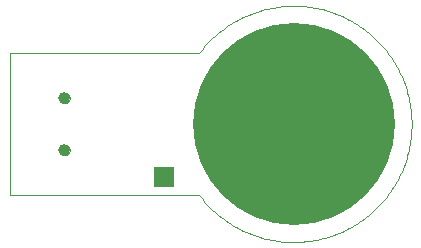
<source format=gbs>
G75*
%MOIN*%
%OFA0B0*%
%FSLAX25Y25*%
%IPPOS*%
%LPD*%
%AMOC8*
5,1,8,0,0,1.08239X$1,22.5*
%
%ADD10C,0.00000*%
%ADD11C,0.03943*%
%ADD12C,0.67329*%
%ADD13R,0.07093X0.07093*%
D10*
X0006518Y0016998D02*
X0006518Y0064242D01*
X0069510Y0064242D01*
X0070098Y0065006D01*
X0070704Y0065756D01*
X0071329Y0066490D01*
X0071971Y0067209D01*
X0072631Y0067912D01*
X0073308Y0068599D01*
X0074002Y0069269D01*
X0074711Y0069922D01*
X0075437Y0070557D01*
X0076177Y0071174D01*
X0076933Y0071773D01*
X0077703Y0072353D01*
X0078487Y0072914D01*
X0079285Y0073456D01*
X0080096Y0073978D01*
X0080919Y0074480D01*
X0081754Y0074962D01*
X0082601Y0075423D01*
X0083458Y0075863D01*
X0084327Y0076282D01*
X0085205Y0076680D01*
X0086093Y0077056D01*
X0086990Y0077410D01*
X0087895Y0077743D01*
X0088808Y0078053D01*
X0089728Y0078340D01*
X0090655Y0078605D01*
X0091589Y0078847D01*
X0092528Y0079066D01*
X0093472Y0079262D01*
X0094420Y0079435D01*
X0095373Y0079585D01*
X0096329Y0079711D01*
X0097287Y0079814D01*
X0098248Y0079893D01*
X0099211Y0079949D01*
X0100174Y0079981D01*
X0101139Y0079990D01*
X0102103Y0079975D01*
X0103066Y0079936D01*
X0104028Y0079874D01*
X0104989Y0079788D01*
X0105947Y0079679D01*
X0106902Y0079546D01*
X0107853Y0079390D01*
X0108800Y0079211D01*
X0109743Y0079008D01*
X0110681Y0078783D01*
X0111612Y0078534D01*
X0112538Y0078263D01*
X0113456Y0077970D01*
X0114367Y0077654D01*
X0115270Y0077315D01*
X0116164Y0076955D01*
X0117049Y0076573D01*
X0117925Y0076169D01*
X0118790Y0075744D01*
X0119645Y0075298D01*
X0120489Y0074831D01*
X0121321Y0074344D01*
X0122141Y0073836D01*
X0122948Y0073309D01*
X0123742Y0072762D01*
X0124522Y0072195D01*
X0125288Y0071610D01*
X0126040Y0071006D01*
X0126776Y0070384D01*
X0127497Y0069744D01*
X0128203Y0069086D01*
X0128892Y0068412D01*
X0129564Y0067721D01*
X0130219Y0067013D01*
X0130857Y0066290D01*
X0131476Y0065551D01*
X0132078Y0064798D01*
X0132660Y0064029D01*
X0133224Y0063247D01*
X0133769Y0062451D01*
X0134293Y0061643D01*
X0134798Y0060821D01*
X0135283Y0059988D01*
X0135747Y0059142D01*
X0136190Y0058286D01*
X0136612Y0057419D01*
X0137013Y0056542D01*
X0137392Y0055656D01*
X0137749Y0054760D01*
X0138084Y0053856D01*
X0138397Y0052944D01*
X0138688Y0052025D01*
X0138956Y0051099D01*
X0139201Y0050166D01*
X0139423Y0049228D01*
X0139623Y0048284D01*
X0139799Y0047336D01*
X0139952Y0046384D01*
X0140081Y0045429D01*
X0140187Y0044471D01*
X0140270Y0043510D01*
X0140329Y0042548D01*
X0140364Y0041584D01*
X0140376Y0040620D01*
X0140364Y0039656D01*
X0140329Y0038692D01*
X0140270Y0037730D01*
X0140187Y0036769D01*
X0140081Y0035811D01*
X0139952Y0034856D01*
X0139799Y0033904D01*
X0139623Y0032956D01*
X0139423Y0032012D01*
X0139201Y0031074D01*
X0138956Y0030141D01*
X0138688Y0029215D01*
X0138397Y0028296D01*
X0138084Y0027384D01*
X0137749Y0026480D01*
X0137392Y0025584D01*
X0137013Y0024698D01*
X0136612Y0023821D01*
X0136190Y0022954D01*
X0135747Y0022098D01*
X0135283Y0021252D01*
X0134798Y0020419D01*
X0134293Y0019597D01*
X0133769Y0018789D01*
X0133224Y0017993D01*
X0132660Y0017211D01*
X0132078Y0016442D01*
X0131476Y0015689D01*
X0130857Y0014950D01*
X0130219Y0014227D01*
X0129564Y0013519D01*
X0128892Y0012828D01*
X0128203Y0012154D01*
X0127497Y0011496D01*
X0126776Y0010856D01*
X0126040Y0010234D01*
X0125288Y0009630D01*
X0124522Y0009045D01*
X0123742Y0008478D01*
X0122948Y0007931D01*
X0122141Y0007404D01*
X0121321Y0006896D01*
X0120489Y0006409D01*
X0119645Y0005942D01*
X0118790Y0005496D01*
X0117925Y0005071D01*
X0117049Y0004667D01*
X0116164Y0004285D01*
X0115270Y0003925D01*
X0114367Y0003586D01*
X0113456Y0003270D01*
X0112538Y0002977D01*
X0111612Y0002706D01*
X0110681Y0002457D01*
X0109743Y0002232D01*
X0108800Y0002029D01*
X0107853Y0001850D01*
X0106902Y0001694D01*
X0105947Y0001561D01*
X0104989Y0001452D01*
X0104028Y0001366D01*
X0103066Y0001304D01*
X0102103Y0001265D01*
X0101139Y0001250D01*
X0100174Y0001259D01*
X0099211Y0001291D01*
X0098248Y0001347D01*
X0097287Y0001426D01*
X0096329Y0001529D01*
X0095373Y0001655D01*
X0094420Y0001805D01*
X0093472Y0001978D01*
X0092528Y0002174D01*
X0091589Y0002393D01*
X0090655Y0002635D01*
X0089728Y0002900D01*
X0088808Y0003187D01*
X0087895Y0003497D01*
X0086990Y0003830D01*
X0086093Y0004184D01*
X0085205Y0004560D01*
X0084327Y0004958D01*
X0083458Y0005377D01*
X0082601Y0005817D01*
X0081754Y0006278D01*
X0080919Y0006760D01*
X0080096Y0007262D01*
X0079285Y0007784D01*
X0078487Y0008326D01*
X0077703Y0008887D01*
X0076933Y0009467D01*
X0076177Y0010066D01*
X0075437Y0010683D01*
X0074711Y0011318D01*
X0074002Y0011971D01*
X0073308Y0012641D01*
X0072631Y0013328D01*
X0071971Y0014031D01*
X0071329Y0014750D01*
X0070704Y0015484D01*
X0070098Y0016234D01*
X0069510Y0016998D01*
X0006518Y0016998D01*
X0022856Y0031959D02*
X0022858Y0032043D01*
X0022864Y0032126D01*
X0022874Y0032209D01*
X0022888Y0032292D01*
X0022905Y0032374D01*
X0022927Y0032455D01*
X0022952Y0032534D01*
X0022981Y0032613D01*
X0023014Y0032690D01*
X0023050Y0032765D01*
X0023090Y0032839D01*
X0023133Y0032911D01*
X0023180Y0032980D01*
X0023230Y0033047D01*
X0023283Y0033112D01*
X0023339Y0033174D01*
X0023397Y0033234D01*
X0023459Y0033291D01*
X0023523Y0033344D01*
X0023590Y0033395D01*
X0023659Y0033442D01*
X0023730Y0033487D01*
X0023803Y0033527D01*
X0023878Y0033564D01*
X0023955Y0033598D01*
X0024033Y0033628D01*
X0024112Y0033654D01*
X0024193Y0033677D01*
X0024275Y0033695D01*
X0024357Y0033710D01*
X0024440Y0033721D01*
X0024523Y0033728D01*
X0024607Y0033731D01*
X0024691Y0033730D01*
X0024774Y0033725D01*
X0024858Y0033716D01*
X0024940Y0033703D01*
X0025022Y0033687D01*
X0025103Y0033666D01*
X0025184Y0033642D01*
X0025262Y0033614D01*
X0025340Y0033582D01*
X0025416Y0033546D01*
X0025490Y0033507D01*
X0025562Y0033465D01*
X0025632Y0033419D01*
X0025700Y0033370D01*
X0025765Y0033318D01*
X0025828Y0033263D01*
X0025888Y0033205D01*
X0025946Y0033144D01*
X0026000Y0033080D01*
X0026052Y0033014D01*
X0026100Y0032946D01*
X0026145Y0032875D01*
X0026186Y0032802D01*
X0026225Y0032728D01*
X0026259Y0032652D01*
X0026290Y0032574D01*
X0026317Y0032495D01*
X0026341Y0032414D01*
X0026360Y0032333D01*
X0026376Y0032251D01*
X0026388Y0032168D01*
X0026396Y0032084D01*
X0026400Y0032001D01*
X0026400Y0031917D01*
X0026396Y0031834D01*
X0026388Y0031750D01*
X0026376Y0031667D01*
X0026360Y0031585D01*
X0026341Y0031504D01*
X0026317Y0031423D01*
X0026290Y0031344D01*
X0026259Y0031266D01*
X0026225Y0031190D01*
X0026186Y0031116D01*
X0026145Y0031043D01*
X0026100Y0030972D01*
X0026052Y0030904D01*
X0026000Y0030838D01*
X0025946Y0030774D01*
X0025888Y0030713D01*
X0025828Y0030655D01*
X0025765Y0030600D01*
X0025700Y0030548D01*
X0025632Y0030499D01*
X0025562Y0030453D01*
X0025490Y0030411D01*
X0025416Y0030372D01*
X0025340Y0030336D01*
X0025262Y0030304D01*
X0025184Y0030276D01*
X0025103Y0030252D01*
X0025022Y0030231D01*
X0024940Y0030215D01*
X0024858Y0030202D01*
X0024774Y0030193D01*
X0024691Y0030188D01*
X0024607Y0030187D01*
X0024523Y0030190D01*
X0024440Y0030197D01*
X0024357Y0030208D01*
X0024275Y0030223D01*
X0024193Y0030241D01*
X0024112Y0030264D01*
X0024033Y0030290D01*
X0023955Y0030320D01*
X0023878Y0030354D01*
X0023803Y0030391D01*
X0023730Y0030431D01*
X0023659Y0030476D01*
X0023590Y0030523D01*
X0023523Y0030574D01*
X0023459Y0030627D01*
X0023397Y0030684D01*
X0023339Y0030744D01*
X0023283Y0030806D01*
X0023230Y0030871D01*
X0023180Y0030938D01*
X0023133Y0031007D01*
X0023090Y0031079D01*
X0023050Y0031153D01*
X0023014Y0031228D01*
X0022981Y0031305D01*
X0022952Y0031384D01*
X0022927Y0031463D01*
X0022905Y0031544D01*
X0022888Y0031626D01*
X0022874Y0031709D01*
X0022864Y0031792D01*
X0022858Y0031875D01*
X0022856Y0031959D01*
X0022856Y0049281D02*
X0022858Y0049365D01*
X0022864Y0049448D01*
X0022874Y0049531D01*
X0022888Y0049614D01*
X0022905Y0049696D01*
X0022927Y0049777D01*
X0022952Y0049856D01*
X0022981Y0049935D01*
X0023014Y0050012D01*
X0023050Y0050087D01*
X0023090Y0050161D01*
X0023133Y0050233D01*
X0023180Y0050302D01*
X0023230Y0050369D01*
X0023283Y0050434D01*
X0023339Y0050496D01*
X0023397Y0050556D01*
X0023459Y0050613D01*
X0023523Y0050666D01*
X0023590Y0050717D01*
X0023659Y0050764D01*
X0023730Y0050809D01*
X0023803Y0050849D01*
X0023878Y0050886D01*
X0023955Y0050920D01*
X0024033Y0050950D01*
X0024112Y0050976D01*
X0024193Y0050999D01*
X0024275Y0051017D01*
X0024357Y0051032D01*
X0024440Y0051043D01*
X0024523Y0051050D01*
X0024607Y0051053D01*
X0024691Y0051052D01*
X0024774Y0051047D01*
X0024858Y0051038D01*
X0024940Y0051025D01*
X0025022Y0051009D01*
X0025103Y0050988D01*
X0025184Y0050964D01*
X0025262Y0050936D01*
X0025340Y0050904D01*
X0025416Y0050868D01*
X0025490Y0050829D01*
X0025562Y0050787D01*
X0025632Y0050741D01*
X0025700Y0050692D01*
X0025765Y0050640D01*
X0025828Y0050585D01*
X0025888Y0050527D01*
X0025946Y0050466D01*
X0026000Y0050402D01*
X0026052Y0050336D01*
X0026100Y0050268D01*
X0026145Y0050197D01*
X0026186Y0050124D01*
X0026225Y0050050D01*
X0026259Y0049974D01*
X0026290Y0049896D01*
X0026317Y0049817D01*
X0026341Y0049736D01*
X0026360Y0049655D01*
X0026376Y0049573D01*
X0026388Y0049490D01*
X0026396Y0049406D01*
X0026400Y0049323D01*
X0026400Y0049239D01*
X0026396Y0049156D01*
X0026388Y0049072D01*
X0026376Y0048989D01*
X0026360Y0048907D01*
X0026341Y0048826D01*
X0026317Y0048745D01*
X0026290Y0048666D01*
X0026259Y0048588D01*
X0026225Y0048512D01*
X0026186Y0048438D01*
X0026145Y0048365D01*
X0026100Y0048294D01*
X0026052Y0048226D01*
X0026000Y0048160D01*
X0025946Y0048096D01*
X0025888Y0048035D01*
X0025828Y0047977D01*
X0025765Y0047922D01*
X0025700Y0047870D01*
X0025632Y0047821D01*
X0025562Y0047775D01*
X0025490Y0047733D01*
X0025416Y0047694D01*
X0025340Y0047658D01*
X0025262Y0047626D01*
X0025184Y0047598D01*
X0025103Y0047574D01*
X0025022Y0047553D01*
X0024940Y0047537D01*
X0024858Y0047524D01*
X0024774Y0047515D01*
X0024691Y0047510D01*
X0024607Y0047509D01*
X0024523Y0047512D01*
X0024440Y0047519D01*
X0024357Y0047530D01*
X0024275Y0047545D01*
X0024193Y0047563D01*
X0024112Y0047586D01*
X0024033Y0047612D01*
X0023955Y0047642D01*
X0023878Y0047676D01*
X0023803Y0047713D01*
X0023730Y0047753D01*
X0023659Y0047798D01*
X0023590Y0047845D01*
X0023523Y0047896D01*
X0023459Y0047949D01*
X0023397Y0048006D01*
X0023339Y0048066D01*
X0023283Y0048128D01*
X0023230Y0048193D01*
X0023180Y0048260D01*
X0023133Y0048329D01*
X0023090Y0048401D01*
X0023050Y0048475D01*
X0023014Y0048550D01*
X0022981Y0048627D01*
X0022952Y0048706D01*
X0022927Y0048785D01*
X0022905Y0048866D01*
X0022888Y0048948D01*
X0022874Y0049031D01*
X0022864Y0049114D01*
X0022858Y0049197D01*
X0022856Y0049281D01*
D11*
X0024628Y0049281D03*
X0024628Y0031959D03*
D12*
X0101006Y0040620D03*
D13*
X0057699Y0022904D03*
M02*

</source>
